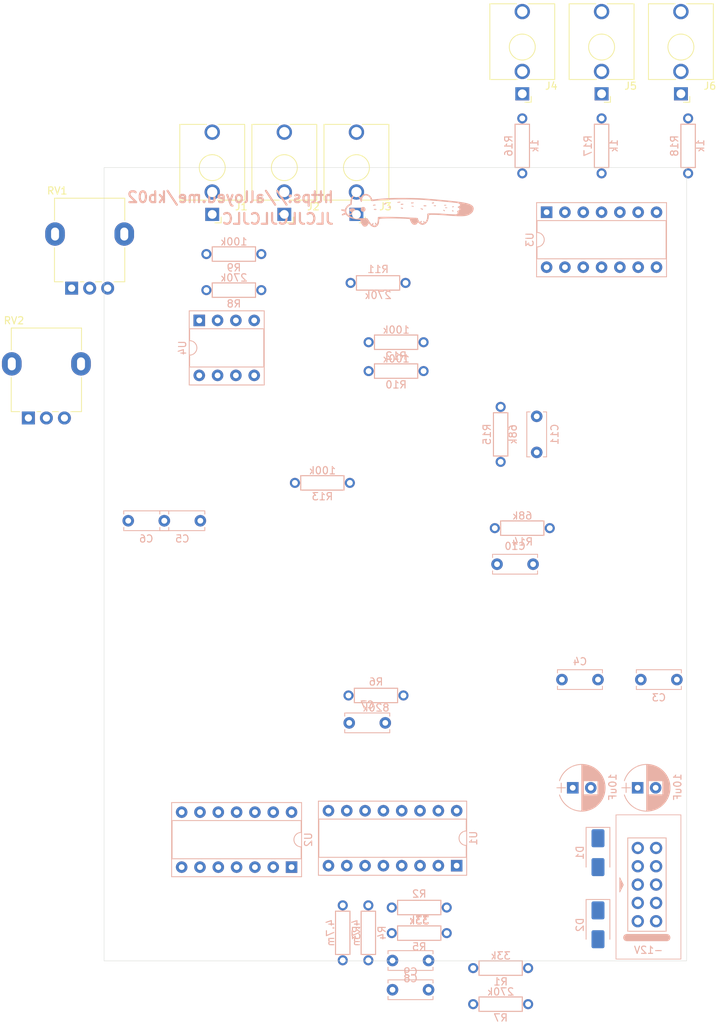
<source format=kicad_pcb>
(kicad_pcb (version 20240108) (generator "pcbnew") (generator_version "8.0")
  (layers (0 "F.Cu" signal) (31 "B.Cu" signal) (34 "B.Paste" user) (35 "F.Paste" user) (36 "B.SilkS" user "B.Silkscreen") (37 "F.SilkS" user "F.Silkscreen") (38 "B.Mask" user) (39 "F.Mask" user) (44 "Edge.Cuts" user))
  (net 0 "")
  (net 3 "GND1")
  (net 4 "-12V")
  (net 5 "+12V")
  (net 6 "Net-(J3-PadT)")
  (net 8 "Net-(J5-PadT)")
  (net 9 "Net-(J6-PadT)")
  (net 10 "Net-(U2A-+)")
  (net 11 "/vcf/bandpass")
  (net 12 "Net-(D1-A)")
  (net 13 "Net-(D2-K)")
  (net 15 "Net-(J2-PadT)")
  (net 18 "Net-(J4-PadT)")
  (net 19 "/vcf/lowpass")
  (net 20 "Net-(U2C--)")
  (net 21 "Net-(R13-Pad1)")
  (net 22 "Net-(U2B--)")
  (net 23 "/input-cv/A_OUT")
  (net 24 "/input-cv/A_MINUS")
  (net 25 "/input-cv1/A_MINUS")
  (net 26 "/input-cv1/A_OUT")
  (net 27 "Net-(U4A-+)")
  (net 34 "/vcf/in")
  (net 35 "Net-(U2A--)")
  (net 36 "/vcf/highpass")
  (net 37 "Net-(R10-Pad1)")
  (net 38 "Net-(U3A--)")
  (net 39 "Net-(U3B--)")
  (net 40 "Net-(U3C--)")
  (footprint "Connector_Audio:Jack_3.5mm_QingPu_WQP-PJ398SM_Vertical_CircularHoles" (layer "F.Cu") (at 169 39.78 180)
    (property "Reference" "J5" (at -4.03 1.08 0) (layer "F.SilkS"))
    (property "Value" "HPF")
    (pad "S" thru_hole rect (at 0 0) (size 1.93 1.83) (drill 1.22) (layers "*.Cu" "*.Mask"))
    (pad "T" thru_hole circle (at 0 11.4) (size 2.13 2.13) (drill 1.43) (layers "*.Cu" "*.Mask") (net 8 "Net-(J5-PadT)"))
    (pad "TN" thru_hole circle (at 0 3.1) (size 2.13 2.13) (drill 1.42) (layers "*.Cu" "*.Mask"))
  )
  (footprint "Connector_Audio:Jack_3.5mm_QingPu_WQP-PJ398SM_Vertical_CircularHoles" (layer "F.Cu") (at 125 56.5 180)
    (property "Reference" "J2" (at -4.03 1.08 0) (layer "F.SilkS"))
    (property "Value" "CV")
    (pad "S" thru_hole rect (at 0 0) (size 1.93 1.83) (drill 1.22) (layers "*.Cu" "*.Mask"))
    (pad "T" thru_hole circle (at 0 11.4) (size 2.13 2.13) (drill 1.43) (layers "*.Cu" "*.Mask") (net 15 "Net-(J2-PadT)"))
    (pad "TN" thru_hole circle (at 0 3.1) (size 2.13 2.13) (drill 1.42) (layers "*.Cu" "*.Mask"))
  )
  (footprint "Connector_Audio:Jack_3.5mm_QingPu_WQP-PJ398SM_Vertical_CircularHoles" (layer "F.Cu") (at 135 56.5 180)
    (property "Reference" "J3" (at -4.03 1.08 0) (layer "F.SilkS"))
    (property "Value" "CV")
    (pad "S" thru_hole rect (at 0 0) (size 1.93 1.83) (drill 1.22) (layers "*.Cu" "*.Mask"))
    (pad "T" thru_hole circle (at 0 11.4) (size 2.13 2.13) (drill 1.43) (layers "*.Cu" "*.Mask") (net 6 "Net-(J3-PadT)"))
    (pad "TN" thru_hole circle (at 0 3.1) (size 2.13 2.13) (drill 1.42) (layers "*.Cu" "*.Mask"))
  )
  (footprint "KitsBlips:Potentiometer_Alpha_RD901F-40-00D_Single_Vertical" (layer "F.Cu") (at 98 59.225)
    (property "Reference" "RV1" (at -4.5 -6 0) (layer "F.SilkS"))
    (property "Value" "b10k?")
    (pad "" thru_hole oval (at -4.8 0 180) (size 2.72 3.24) (drill oval 1.1 1.8) (layers "*.Cu" "*.Mask"))
    (pad "" thru_hole oval (at 4.8 0 180) (size 2.72 3.24) (drill oval 1.1 1.8) (layers "*.Cu" "*.Mask"))
    (pad "1" thru_hole rect (at -2.5 7.5 180) (size 1.8 1.8) (drill 1) (layers "*.Cu" "*.Mask") (net 3 "GND1"))
    (pad "2" thru_hole circle (at 0 7.5 180) (size 1.8 1.8) (drill 1) (layers "*.Cu" "*.Mask") (net 5 "+12V"))
    (pad "3" thru_hole circle (at 2.5 7.5 180) (size 1.8 1.8) (drill 1) (layers "*.Cu" "*.Mask") (net 37 "Net-(R10-Pad1)"))
  )
  (footprint "Connector_Audio:Jack_3.5mm_QingPu_WQP-PJ398SM_Vertical_CircularHoles" (layer "F.Cu") (at 158 39.78 180)
    (property "Reference" "J4" (at -4.03 1.08 0) (layer "F.SilkS"))
    (property "Value" "LPF")
    (pad "S" thru_hole rect (at 0 0) (size 1.93 1.83) (drill 1.22) (layers "*.Cu" "*.Mask"))
    (pad "T" thru_hole circle (at 0 11.4) (size 2.13 2.13) (drill 1.43) (layers "*.Cu" "*.Mask") (net 18 "Net-(J4-PadT)"))
    (pad "TN" thru_hole circle (at 0 3.1) (size 2.13 2.13) (drill 1.42) (layers "*.Cu" "*.Mask"))
  )
  (footprint "KitsBlips:Potentiometer_Alpha_RD901F-40-00D_Single_Vertical" (layer "F.Cu") (at 92 77.225)
    (property "Reference" "RV2" (at -4.5 -6 0) (layer "F.SilkS"))
    (property "Value" "b10k?")
    (pad "" thru_hole oval (at -4.8 0 180) (size 2.72 3.24) (drill oval 1.1 1.8) (layers "*.Cu" "*.Mask"))
    (pad "" thru_hole oval (at 4.8 0 180) (size 2.72 3.24) (drill oval 1.1 1.8) (layers "*.Cu" "*.Mask"))
    (pad "1" thru_hole rect (at -2.5 7.5 180) (size 1.8 1.8) (drill 1) (layers "*.Cu" "*.Mask") (net 3 "GND1"))
    (pad "2" thru_hole circle (at 0 7.5 180) (size 1.8 1.8) (drill 1) (layers "*.Cu" "*.Mask") (net 5 "+12V"))
    (pad "3" thru_hole circle (at 2.5 7.5 180) (size 1.8 1.8) (drill 1) (layers "*.Cu" "*.Mask") (net 21 "Net-(R13-Pad1)"))
  )
  (footprint "Connector_Audio:Jack_3.5mm_QingPu_WQP-PJ398SM_Vertical_CircularHoles" (layer "F.Cu") (at 180 39.78 180)
    (property "Reference" "J6" (at -4.03 1.08 0) (layer "F.SilkS"))
    (property "Value" "BPF")
    (pad "S" thru_hole rect (at 0 0) (size 1.93 1.83) (drill 1.22) (layers "*.Cu" "*.Mask"))
    (pad "T" thru_hole circle (at 0 11.4) (size 2.13 2.13) (drill 1.43) (layers "*.Cu" "*.Mask") (net 9 "Net-(J6-PadT)"))
    (pad "TN" thru_hole circle (at 0 3.1) (size 2.13 2.13) (drill 1.42) (layers "*.Cu" "*.Mask"))
  )
  (footprint "Connector_Audio:Jack_3.5mm_QingPu_WQP-PJ398SM_Vertical_CircularHoles" (layer "F.Cu") (at 115 56.5 180)
    (property "Reference" "J1" (at -4.03 1.08 0) (layer "F.SilkS"))
    (property "Value" "IN")
    (pad "S" thru_hole rect (at 0 0) (size 1.93 1.83) (drill 1.22) (layers "*.Cu" "*.Mask"))
    (pad "T" thru_hole circle (at 0 11.4) (size 2.13 2.13) (drill 1.43) (layers "*.Cu" "*.Mask") (net 27 "Net-(U4A-+)"))
    (pad "TN" thru_hole circle (at 0 3.1) (size 2.13 2.13) (drill 1.42) (layers "*.Cu" "*.Mask"))
  )
  (footprint "PCM_4ms_Resistor:R_Axial_DIN0207_L6.3mm_D2.5mm_P7.62mm_Horizontal" (layer "B.Cu") (at 137.71 123.2)
    (property "Reference" "R6" (at 0 -1.89 0) (layer "B.SilkS") (effects (font (size 1.016 1.016) (thickness 0.1524)) (justify mirror)))
    (property "Value" "820k" (at 0 1.71 0) (layer "B.SilkS") (effects (font (size 1.016 1.016) (thickness 0.1524)) (justify mirror)))
    (pad "1" thru_hole circle (at -3.81 0) (size 1.397 1.397) (drill 0.8128) (layers "*.Cu" "*.Mask") (net 10 "Net-(U2A-+)"))
    (pad "2" thru_hole circle (at 3.81 0) (size 1.397 1.397) (drill 0.8128) (layers "*.Cu" "*.Mask") (net 11 "/vcf/bandpass"))
  )
  (footprint "Capacitor_THT:C_Disc_D6.0mm_W2.5mm_P5.00mm" (layer "B.Cu") (at 108.35 98.975)
    (property "Reference" "C5" (at 2.5 2.5 180) (layer "B.SilkS") (effects (justify mirror)))
    (property "Value" "0.1uf")
    (pad "1" thru_hole circle (at 0 0) (size 1.6 1.6) (drill 0.8) (layers "*.Cu" "*.Mask") (net 5 "+12V"))
    (pad "2" thru_hole circle (at 5 0) (size 1.6 1.6) (drill 0.8) (layers "*.Cu" "*.Mask") (net 3 "GND1"))
  )
  (footprint "PCM_4ms_Resistor:R_Axial_DIN0207_L6.3mm_D2.5mm_P7.62mm_Horizontal" (layer "B.Cu") (at 118 67 180)
    (property "Reference" "R8" (at 0 -1.89 0) (layer "B.SilkS") (effects (font (size 1.016 1.016) (thickness 0.1524)) (justify mirror)))
    (property "Value" "270k" (at 0 1.71 0) (layer "B.SilkS") (effects (font (size 1.016 1.016) (thickness 0.1524)) (justify mirror)))
    (pad "1" thru_hole circle (at -3.81 0 180) (size 1.397 1.397) (drill 0.8128) (layers "*.Cu" "*.Mask") (net 4 "-12V"))
    (pad "2" thru_hole circle (at 3.81 0 180) (size 1.397 1.397) (drill 0.8128) (layers "*.Cu" "*.Mask") (net 24 "/input-cv/A_MINUS"))
  )
  (footprint "KitsBlips:CP_Radial_P2.5mm" (layer "B.Cu") (at 174 136)
    (property "Reference" "C2" (hide yes))
    (property "Value" "10uF" (at 5.54 -0.09 -90) (layer "B.SilkS") (effects (font (size 1.016 1.016) (thickness 0.1524)) (justify mirror)))
    (pad "1" thru_hole rect (at 0 0) (size 1.6 1.6) (drill 0.8) (layers "*.Cu" "*.Mask") (net 3 "GND1"))
    (pad "2" thru_hole circle (at 2.5 0) (size 1.6 1.6) (drill 0.8) (layers "*.Cu" "*.Mask") (net 4 "-12V"))
  )
  (footprint "PCM_4ms_Resistor:R_Axial_DIN0207_L6.3mm_D2.5mm_P7.62mm_Horizontal" (layer "B.Cu") (at 143.71 156.15 180)
    (property "Reference" "R5" (at 0 -1.89 0) (layer "B.SilkS") (effects (font (size 1.016 1.016) (thickness 0.1524)) (justify mirror)))
    (property "Value" "33k" (at 0 1.71 0) (layer "B.SilkS") (effects (font (size 1.016 1.016) (thickness 0.1524)) (justify mirror)))
    (pad "1" thru_hole circle (at -3.81 0 180) (size 1.397 1.397) (drill 0.8128) (layers "*.Cu" "*.Mask") (net 36 "/vcf/highpass"))
    (pad "2" thru_hole circle (at 3.81 0 180) (size 1.397 1.397) (drill 0.8128) (layers "*.Cu" "*.Mask") (net 19 "/vcf/lowpass"))
  )
  (footprint "Diode_SMD:D_SMA" (layer "B.Cu") (at 168.5 155 -90)
    (property "Reference" "D2" (at 0 2.5 90) (layer "B.SilkS") (effects (justify mirror)))
    (property "Value" "SS14")
    (pad "1" smd roundrect (at -2 0 270) (size 2.5 1.8) (layers "B.Cu" "B.Paste" "B.Mask") (roundrect_rratio 0.1388888889) (net 13 "Net-(D2-K)"))
    (pad "2" smd roundrect (at 2 0 270) (size 2.5 1.8) (layers "B.Cu" "B.Paste" "B.Mask") (roundrect_rratio 0.1388888889) (net 4 "-12V"))
  )
  (footprint "PCM_4ms_Resistor:R_Axial_DIN0207_L6.3mm_D2.5mm_P7.62mm_Horizontal" (layer "B.Cu") (at 118 62 180)
    (property "Reference" "R9" (at 0 -1.89 0) (layer "B.SilkS") (effects (font (size 1.016 1.016) (thickness 0.1524)) (justify mirror)))
    (property "Value" "100k" (at 0 1.71 0) (layer "B.SilkS") (effects (font (size 1.016 1.016) (thickness 0.1524)) (justify mirror)))
    (pad "1" thru_hole circle (at -3.81 0 180) (size 1.397 1.397) (drill 0.8128) (layers "*.Cu" "*.Mask") (net 15 "Net-(J2-PadT)"))
    (pad "2" thru_hole circle (at 3.81 0 180) (size 1.397 1.397) (drill 0.8128) (layers "*.Cu" "*.Mask") (net 24 "/input-cv/A_MINUS"))
  )
  (footprint "PCM_4ms_Resistor:R_Axial_DIN0207_L6.3mm_D2.5mm_P7.62mm_Horizontal" (layer "B.Cu") (at 143.71 152.6)
    (property "Reference" "R2" (at 0 -1.89 0) (layer "B.SilkS") (effects (font (size 1.016 1.016) (thickness 0.1524)) (justify mirror)))
    (property "Value" "33k" (at 0 1.71 0) (layer "B.SilkS") (effects (font (size 1.016 1.016) (thickness 0.1524)) (justify mirror)))
    (pad "1" thru_hole circle (at -3.81 0) (size 1.397 1.397) (drill 0.8128) (layers "*.Cu" "*.Mask") (net 35 "Net-(U2A--)"))
    (pad "2" thru_hole circle (at 3.81 0) (size 1.397 1.397) (drill 0.8128) (layers "*.Cu" "*.Mask") (net 36 "/vcf/highpass"))
  )
  (footprint "KitsBlips:logo" (layer "B.Cu") (at 142 56 180)
    (property "Reference" "REF**" (hide yes))
    (property "Value" "LOGO" (hide yes))
  )
  (footprint "Capacitor_THT:C_Disc_D6.0mm_W2.5mm_P5.00mm" (layer "B.Cu") (at 145 164 180)
    (property "Reference" "C9" (at 2.5 2.5 0) (layer "B.SilkS") (effects (justify mirror)))
    (property "Value" "1.5n")
    (pad "1" thru_hole circle (at 0 0 180) (size 1.6 1.6) (drill 0.8) (layers "*.Cu" "*.Mask") (net 20 "Net-(U2C--)"))
    (pad "2" thru_hole circle (at 5 0 180) (size 1.6 1.6) (drill 0.8) (layers "*.Cu" "*.Mask") (net 19 "/vcf/lowpass"))
  )
  (footprint "Package_DIP:DIP-16_W7.62mm_Socket" (layer "B.Cu") (at 148.9 146.8 90)
    (property "Reference" "U1" (at 3.81 2.33 90) (layer "B.SilkS") (effects (justify mirror)))
    (property "Value" "V2164M")
    (pad "1" thru_hole rect (at 0 0 90) (size 1.6 1.6) (drill 0.8) (layers "*.Cu" "*.Mask"))
    (pad "2" thru_hole oval (at 0 -2.54 90) (size 1.6 1.6) (drill 0.8) (layers "*.Cu" "*.Mask") (net 36 "/vcf/highpass"))
    (pad "3" thru_hole oval (at 0 -5.08 90) (size 1.6 1.6) (drill 0.8) (layers "*.Cu" "*.Mask") (net 23 "/input-cv/A_OUT"))
    (pad "4" thru_hole oval (at 0 -7.62 90) (size 1.6 1.6) (drill 0.8) (layers "*.Cu" "*.Mask") (net 22 "Net-(U2B--)"))
    (pad "5" thru_hole oval (at 0 -10.16 90) (size 1.6 1.6) (drill 0.8) (layers "*.Cu" "*.Mask") (net 20 "Net-(U2C--)"))
    (pad "6" thru_hole oval (at 0 -12.7 90) (size 1.6 1.6) (drill 0.8) (layers "*.Cu" "*.Mask") (net 23 "/input-cv/A_OUT"))
    (pad "7" thru_hole oval (at 0 -15.24 90) (size 1.6 1.6) (drill 0.8) (layers "*.Cu" "*.Mask") (net 11 "/vcf/bandpass"))
    (pad "8" thru_hole oval (at 0 -17.78 90) (size 1.6 1.6) (drill 0.8) (layers "*.Cu" "*.Mask") (net 3 "GND1"))
    (pad "9" thru_hole oval (at 7.62 -17.78 90) (size 1.6 1.6) (drill 0.8) (layers "*.Cu" "*.Mask") (net 4 "-12V"))
    (pad "10" thru_hole oval (at 7.62 -15.24 90) (size 1.6 1.6) (drill 0.8) (layers "*.Cu" "*.Mask") (net 11 "/vcf/bandpass"))
    (pad "11" thru_hole oval (at 7.62 -12.7 90) (size 1.6 1.6) (drill 0.8) (layers "*.Cu" "*.Mask") (net 26 "/input-cv1/A_OUT"))
    (pad "12" thru_hole oval (at 7.62 -10.16 90) (size 1.6 1.6) (drill 0.8) (layers "*.Cu" "*.Mask") (net 10 "Net-(U2A-+)"))
    (pad "13" thru_hole oval (at 7.62 -7.62 90) (size 1.6 1.6) (drill 0.8) (layers "*.Cu" "*.Mask"))
    (pad "14" thru_hole oval (at 7.62 -5.08 90) (size 1.6 1.6) (drill 0.8) (layers "*.Cu" "*.Mask"))
    (pad "15" thru_hole oval (at 7.62 -2.54 90) (size 1.6 1.6) (drill 0.8) (layers "*.Cu" "*.Mask"))
    (pad "16" thru_hole oval (at 7.62 0 90) (size 1.6 1.6) (drill 0.8) (layers "*.Cu" "*.Mask") (net 5 "+12V"))
  )
  (footprint "Package_DIP:DIP-8_W7.62mm_Socket" (layer "B.Cu") (at 113.2 71.2 -90)
    (property "Reference" "U4" (at 3.81 2.33 90) (layer "B.SilkS") (effects (justify mirror)))
    (property "Value" "TL072")
    (pad "1" thru_hole rect (at 0 0 270) (size 1.6 1.6) (drill 0.8) (layers "*.Cu" "*.Mask") (net 34 "/vcf/in"))
    (pad "2" thru_hole oval (at 0 -2.54 270) (size 1.6 1.6) (drill 0.8) (layers "*.Cu" "*.Mask") (net 34 "/vcf/in"))
    (pad "3" thru_hole oval (at 0 -5.08 270) (size 1.6 1.6) (drill 0.8) (layers "*.Cu" "*.Mask") (net 27 "Net-(U4A-+)"))
    (pad "4" thru_hole oval (at 0 -7.62 270) (size 1.6 1.6) (drill 0.8) (layers "*.Cu" "*.Mask"))
    (pad "5" thru_hole oval (at 7.62 -7.62 270) (size 1.6 1.6) (drill 0.8) (layers "*.Cu" "*.Mask") (net 3 "GND1"))
    (pad "6" thru_hole oval (at 7.62 -5.08 270) (size 1.6 1.6) (drill 0.8) (layers "*.Cu" "*.Mask") (net 25 "/input-cv1/A_MINUS"))
    (pad "7" thru_hole oval (at 7.62 -2.54 270) (size 1.6 1.6) (drill 0.8) (layers "*.Cu" "*.Mask") (net 26 "/input-cv1/A_OUT"))
    (pad "8" thru_hole oval (at 7.62 0 270) (size 1.6 1.6) (drill 0.8) (layers "*.Cu" "*.Mask"))
  )
  (footprint "PCM_4ms_Resistor:R_Axial_DIN0207_L6.3mm_D2.5mm_P7.62mm_Horizontal" (layer "B.Cu") (at 130.275 93.725 180)
    (property "Reference" "R13" (at 0 -1.89 0) (layer "B.SilkS") (effects (font (size 1.016 1.016) (thickness 0.1524)) (justify mirror)))
    (property "Value" "100k" (at 0 1.71 0) (layer "B.SilkS") (effects (font (size 1.016 1.016) (thickness 0.1524)) (justify mirror)))
    (pad "1" thru_hole circle (at -3.81 0 180) (size 1.397 1.397) (drill 0.8128) (layers "*.Cu" "*.Mask") (net 21 "Net-(R13-Pad1)"))
    (pad "2" thru_hole circle (at 3.81 0 180) (size 1.397 1.397) (drill 0.8128) (layers "*.Cu" "*.Mask") (net 25 "/input-cv1/A_MINUS"))
  )
  (footprint "PCM_4ms_Resistor:R_Axial_DIN0207_L6.3mm_D2.5mm_P7.62mm_Horizontal" (layer "B.Cu") (at 138 66)
    (property "Reference" "R11" (at 0 -1.89 180) (layer "B.SilkS") (effects (font (size 1.016 1.016) (thickness 0.1524)) (justify mirror)))
    (property "Value" "270k" (at 0 1.71 180) (layer "B.SilkS") (effects (font (size 1.016 1.016) (thickness 0.1524)) (justify mirror)))
    (pad "1" thru_hole circle (at -3.81 0) (size 1.397 1.397) (drill 0.8128) (layers "*.Cu" "*.Mask") (net 4 "-12V"))
    (pad "2" thru_hole circle (at 3.81 0) (size 1.397 1.397) (drill 0.8128) (layers "*.Cu" "*.Mask") (net 25 "/input-cv1/A_MINUS"))
  )
  (footprint "Capacitor_THT:C_Disc_D6.0mm_W2.5mm_P5.00mm" (layer "B.Cu") (at 159.5 105 180)
    (property "Reference" "C10" (at 2.5 2.5 0) (layer "B.SilkS") (effects (justify mirror)))
    (property "Value" "100pf")
    (pad "1" thru_hole circle (at 0 0 180) (size 1.6 1.6) (drill 0.8) (layers "*.Cu" "*.Mask") (net 24 "/input-cv/A_MINUS"))
    (pad "2" thru_hole circle (at 5 0 180) (size 1.6 1.6) (drill 0.8) (layers "*.Cu" "*.Mask") (net 23 "/input-cv/A_OUT"))
  )
  (footprint "Capacitor_THT:C_Disc_D6.0mm_W2.5mm_P5.00mm" (layer "B.Cu") (at 103.35 98.975)
    (property "Reference" "C6" (at 2.5 2.5 180) (layer "B.SilkS") (effects (justify mirror)))
    (property "Value" "0.1uf")
    (pad "1" thru_hole circle (at 0 0) (size 1.6 1.6) (drill 0.8) (layers "*.Cu" "*.Mask") (net 4 "-12V"))
    (pad "2" thru_hole circle (at 5 0) (size 1.6 1.6) (drill 0.8) (layers "*.Cu" "*.Mask") (net 3 "GND1"))
  )
  (footprint "PCM_4ms_Resistor:R_Axial_DIN0207_L6.3mm_D2.5mm_P7.62mm_Horizontal" (layer "B.Cu") (at 136.65 156.11 -90)
    (property "Reference" "R4" (at 0 -1.89 90) (layer "B.SilkS") (effects (font (size 1.016 1.016) (thickness 0.1524)) (justify mirror)))
    (property "Value" "4.7m" (at 0 1.71 90) (layer "B.SilkS") (effects (font (size 1.016 1.016) (thickness 0.1524)) (justify mirror)))
    (pad "1" thru_hole circle (at -3.81 0 270) (size 1.397 1.397) (drill 0.8128) (layers "*.Cu" "*.Mask") (net 11 "/vcf/bandpass"))
    (pad "2" thru_hole circle (at 3.81 0 270) (size 1.397 1.397) (drill 0.8128) (layers "*.Cu" "*.Mask") (net 20 "Net-(U2C--)"))
  )
  (footprint "Capacitor_THT:C_Disc_D6.0mm_W2.5mm_P5.00mm" (layer "B.Cu") (at 139 127 180)
    (property "Reference" "C7" (at 2.5 2.5 0) (layer "B.SilkS") (effects (justify mirror)))
    (property "Value" "180p")
    (pad "1" thru_hole circle (at 0 0 180) (size 1.6 1.6) (drill 0.8) (layers "*.Cu" "*.Mask") (net 10 "Net-(U2A-+)"))
    (pad "2" thru_hole circle (at 5 0 180) (size 1.6 1.6) (drill 0.8) (layers "*.Cu" "*.Mask") (net 11 "/vcf/bandpass"))
  )
  (footprint "Package_DIP:DIP-14_W7.62mm_Socket" (layer "B.Cu") (at 126 147 90)
    (property "Reference" "U2" (at 3.81 2.33 90) (layer "B.SilkS") (effects (justify mirror)))
    (property "Value" "TL074")
    (pad "1" thru_hole rect (at 0 0 90) (size 1.6 1.6) (drill 0.8) (layers "*.Cu" "*.Mask") (net 36 "/vcf/highpass"))
    (pad "2" thru_hole oval (at 0 -2.54 90) (size 1.6 1.6) (drill 0.8) (layers "*.Cu" "*.Mask") (net 35 "Net-(U2A--)"))
    (pad "3" thru_hole oval (at 0 -5.08 90) (size 1.6 1.6) (drill 0.8) (layers "*.Cu" "*.Mask") (net 10 "Net-(U2A-+)"))
    (pad "4" thru_hole oval (at 0 -7.62 90) (size 1.6 1.6) (drill 0.8) (layers "*.Cu" "*.Mask") (net 5 "+12V"))
    (pad "5" thru_hole oval (at 0 -10.16 90) (size 1.6 1.6) (drill 0.8) (layers "*.Cu" "*.Mask") (net 3 "GND1"))
    (pad "6" thru_hole oval (at 0 -12.7 90) (size 1.6 1.6) (drill 0.8) (layers "*.Cu" "*.Mask") (net 22 "Net-(U2B--)"))
    (pad "7" thru_hole oval (at 0 -15.24 90) (size 1.6 1.6) (drill 0.8) (layers "*.Cu" "*.Mask") (net 11 "/vcf/bandpass"))
    (pad "8" thru_hole oval (at 7.62 -15.24 90) (size 1.6 1.6) (drill 0.8) (layers "*.Cu" "*.Mask") (net 19 "/vcf/lowpass"))
    (pad "9" thru_hole oval (at 7.62 -12.7 90) (size 1.6 1.6) (drill 0.8) (layers "*.Cu" "*.Mask") (net 20 "Net-(U2C--)"))
    (pad "10" thru_hole oval (at 7.62 -10.16 90) (size 1.6 1.6) (drill 0.8) (layers "*.Cu" "*.Mask") (net 3 "GND1"))
    (pad "11" thru_hole oval (at 7.62 -7.62 90) (size 1.6 1.6) (drill 0.8) (layers "*.Cu" "*.Mask") (net 4 "-12V"))
    (pad "12" thru_hole oval (at 7.62 -5.08 90) (size 1.6 1.6) (drill 0.8) (layers "*.Cu" "*.Mask") (net 3 "GND1"))
    (pad "13" thru_hole oval (at 7.62 -2.54 90) (size 1.6 1.6) (drill 0.8) (layers "*.Cu" "*.Mask") (net 24 "/input-cv/A_MINUS"))
    (pad "14" thru_hole oval (at 7.62 0 90) (size 1.6 1.6) (drill 0.8) (layers "*.Cu" "*.Mask") (net 23 "/input-cv/A_OUT"))
  )
  (footprint "Package_DIP:DIP-14_W7.62mm_Socket" (layer "B.Cu") (at 161.375 56.2 -90)
    (property "Reference" "U3" (at 3.81 2.33 90) (layer "B.SilkS") (effects (justify mirror)))
    (property "Value" "TL074")
    (pad "1" thru_hole rect (at 0 0 270) (size 1.6 1.6) (drill 0.8) (layers "*.Cu" "*.Mask") (net 38 "Net-(U3A--)"))
    (pad "2" thru_hole oval (at 0 -2.54 270) (size 1.6 1.6) (drill 0.8) (layers "*.Cu" "*.Mask") (net 38 "Net-(U3A--)"))
    (pad "3" thru_hole oval (at 0 -5.08 270) (size 1.6 1.6) (drill 0.8) (layers "*.Cu" "*.Mask") (net 19 "/vcf/lowpass"))
    (pad "4" thru_hole oval (at 0 -7.62 270) (size 1.6 1.6) (drill 0.8) (layers "*.Cu" "*.Mask"))
    (pad "5" thru_hole oval (at 0 -10.16 270) (size 1.6 1.6) (drill 0.8) (layers "*.Cu" "*.Mask") (net 36 "/vcf/highpass"))
    (pad "6" thru_hole oval (at 0 -12.7 270) (size 1.6 1.6) (drill 0.8) (layers "*.Cu" "*.Mask") (net 39 "Net-(U3B--)"))
    (pad "7" thru_hole oval (at 0 -15.24 270) (size 1.6 1.6) (drill 0.8) (layers "*.Cu" "*.Mask") (net 39 "Net-(U3B--)"))
    (pad "8" thru_hole oval (at 7.62 -15.24 270) (size 1.6 1.6) (drill 0.8) (layers "*.Cu" "*.Mask") (net 40 "Net-(U3C--)"))
    (pad "9" thru_hole oval (at 7.62 -12.7 270) (size 1.6 1.6) (drill 0.8) (layers "*.Cu" "*.Mask") (net 40 "Net-(U3C--)"))
    (pad "10" thru_hole oval (at 7.62 -10.16 270) (size 1.6 1.6) (drill 0.8) (layers "*.Cu" "*.Mask") (net 11 "/vcf/bandpass"))
    (pad "11" thru_hole oval (at 7.62 -7.62 270) (size 1.6 1.6) (drill 0.8) (layers "*.Cu" "*.Mask"))
    (pad "12" thru_hole oval (at 7.62 -5.08 270) (size 1.6 1.6) (drill 0.8) (layers "*.Cu" "*.Mask"))
    (pad "13" thru_hole oval (at 7.62 -2.54 270) (size 1.6 1.6) (drill 0.8) (layers "*.Cu" "*.Mask"))
    (pad "14" thru_hole oval (at 7.62 0 270) (size 1.6 1.6) (drill 0.8) (layers "*.Cu" "*.Mask"))
  )
  (footprint "Diode_SMD:D_SMA" (layer "B.Cu") (at 168.5 145 -90)
    (property "Reference" "D1" (at 0 2.5 90) (layer "B.SilkS") (effects (justify mirror)))
    (property "Value" "SS14")
    (pad "1" smd roundrect (at -2 0 270) (size 2.5 1.8) (layers "B.Cu" "B.Paste" "B.Mask") (roundrect_rratio 0.1388888889) (net 5 "+12V"))
    (pad "2" smd roundrect (at 2 0 270) (size 2.5 1.8) (layers "B.Cu" "B.Paste" "B.Mask") (roundrect_rratio 0.1388888889) (net 12 "Net-(D1-A)"))
  )
  (footprint "PCM_4ms_Resistor:R_Axial_DIN0207_L6.3mm_D2.5mm_P7.62mm_Horizontal" (layer "B.Cu") (at 155 161 180)
    (property "Reference" "R1" (at 0 -1.89 0) (layer "B.SilkS") (effects (font (size 1.016 1.016) (thickness 0.1524)) (justify mirror)))
    (property "Value" "33k" (at 0 1.71 0) (layer "B.SilkS") (effects (font (size 1.016 1.016) (thickness 0.1524)) (justify mirror)))
    (pad "1" thru_hole circle (at -3.81 0 180) (size 1.397 1.397) (drill 0.8128) (layers "*.Cu" "*.Mask") (net 34 "/vcf/in"))
    (pad "2" thru_hole circle (at 3.81 0 180) (size 1.397 1.397) (drill 0.8128) (layers "*.Cu" "*.Mask") (net 10 "Net-(U2A-+)"))
  )
  (footprint "PCM_4ms_Resistor:R_Axial_DIN0207_L6.3mm_D2.5mm_P7.62mm_Horizontal" (layer "B.Cu") (at 158 100 180)
    (property "Reference" "R14" (at 0 -1.89 0) (layer "B.SilkS") (effects (font (size 1.016 1.016) (thickness 0.1524)) (justify mirror)))
    (property "Value" "68k" (at 0 1.71 0) (layer "B.SilkS") (effects (font (size 1.016 1.016) (thickness 0.1524)) (justify mirror)))
    (pad "1" thru_hole circle (at -3.81 0 180) (size 1.397 1.397) (drill 0.8128) (layers "*.Cu" "*.Mask") (net 24 "/input-cv/A_MINUS"))
    (pad "2" thru_hole circle (at 3.81 0 180) (size 1.397 1.397) (drill 0.8128) (layers "*.Cu" "*.Mask") (net 23 "/input-cv/A_OUT"))
  )
  (footprint "PCM_4ms_Resistor:R_Axial_DIN0207_L6.3mm_D2.5mm_P7.62mm_Horizontal" (layer "B.Cu") (at 140.5 74.225 180)
    (property "Reference" "R12" (at 0 -1.89 0) (layer "B.SilkS") (effects (font (size 1.016 1.016) (thickness 0.1524)) (justify mirror)))
    (property "Value" "100k" (at 0 1.71 0) (layer "B.SilkS") (effects (font (size 1.016 1.016) (thickness 0.1524)) (justify mirror)))
    (pad "1" thru_hole circle (at -3.81 0 180) (size 1.397 1.397) (drill 0.8128) (layers "*.Cu" "*.Mask") (net 6 "Net-(J3-PadT)"))
    (pad "2" thru_hole circle (at 3.81 0 180) (size 1.397 1.397) (drill 0.8128) (layers "*.Cu" "*.Mask") (net 25 "/input-cv1/A_MINUS"))
  )
  (footprint "PCM_4ms_Resistor:R_Axial_DIN0207_L6.3mm_D2.5mm_P7.62mm_Horizontal" (layer "B.Cu") (at 133.1 156.11 -90)
    (property "Reference" "R3" (at 0 -1.89 90) (layer "B.SilkS") (effects (font (size 1.016 1.016) (thickness 0.1524)) (justify mirror)))
    (property "Value" "4.7m" (at 0 1.71 90) (layer "B.SilkS") (effects (font (size 1.016 1.016) (thickness 0.1524)) (justify mirror)))
    (pad "1" thru_hole circle (at -3.81 0 270) (size 1.397 1.397) (drill 0.8128) (layers "*.Cu" "*.Mask") (net 36 "/vcf/highpass"))
    (pad "2" thru_hole circle (at 3.81 0 270) (size 1.397 1.397) (drill 0.8128) (layers "*.Cu" "*.Mask") (net 22 "Net-(U2B--)"))
  )
  (footprint "PCM_4ms_Resistor:R_Axial_DIN0207_L6.3mm_D2.5mm_P7.62mm_Horizontal" (layer "B.Cu") (at 140.5 78.225 180)
    (property "Reference" "R10" (at 0 -1.89 0) (layer "B.SilkS") (effects (font (size 1.016 1.016) (thickness 0.1524)) (justify mirror)))
    (property "Value" "100k" (at 0 1.71 0) (layer "B.SilkS") (effects (font (size 1.016 1.016) (thickness 0.1524)) (justify mirror)))
    (pad "1" thru_hole circle (at -3.81 0 180) (size 1.397 1.397) (drill 0.8128) (layers "*.Cu" "*.Mask") (net 37 "Net-(R10-Pad1)"))
    (pad "2" thru_hole circle (at 3.81 0 180) (size 1.397 1.397) (drill 0.8128) (layers "*.Cu" "*.Mask") (net 24 "/input-cv/A_MINUS"))
  )
  (footprint "PCM_4ms_Resistor:R_Axial_DIN0207_L6.3mm_D2.5mm_P7.62mm_Horizontal" (layer "B.Cu") (at 158 47 90)
    (property "Reference" "R16" (at 0 -1.89 90) (layer "B.SilkS") (effects (font (size 1.016 1.016) (thickness 0.1524)) (justify mirror)))
    (property "Value" "1k" (at 0 1.71 90) (layer "B.SilkS") (effects (font (size 1.016 1.016) (thickness 0.1524)) (justify mirror)))
    (pad "1" thru_hole circle (at -3.81 0 90) (size 1.397 1.397) (drill 0.8128) (layers "*.Cu" "*.Mask") (net 38 "Net-(U3A--)"))
    (pad "2" thru_hole circle (at 3.81 0 90) (size 1.397 1.397) (drill 0.8128) (layers "*.Cu" "*.Mask") (net 18 "Net-(J4-PadT)"))
  )
  (footprint "PCM_4ms_Resistor:R_Axial_DIN0207_L6.3mm_D2.5mm_P7.62mm_Horizontal" (layer "B.Cu") (at 181 47 90)
    (property "Reference" "R18" (at 0 -1.89 90) (layer "B.SilkS") (effects (font (size 1.016 1.016) (thickness 0.1524)) (justify mirror)))
    (property "Value" "1k" (at 0 1.71 90) (layer "B.SilkS") (effects (font (size 1.016 1.016) (thickness 0.1524)) (justify mirror)))
    (pad "1" thru_hole circle (at -3.81 0 90) (size 1.397 1.397) (drill 0.8128) (layers "*.Cu" "*.Mask") (net 40 "Net-(U3C--)"))
    (pad "2" thru_hole circle (at 3.81 0 90) (size 1.397 1.397) (drill 0.8128) (layers "*.Cu" "*.Mask") (net 9 "Net-(J6-PadT)"))
  )
  (footprint "KitsBlips:CP_Radial_P2.5mm" (layer "B.Cu") (at 165 136)
    (property "Reference" "C1" (hide yes))
    (property "Value" "10uF" (at 5.54 -0.09 -90) (layer "B.SilkS") (effects (font (size 1.016 1.016) (thickness 0.1524)) (justify mirror)))
    (pad "1" thru_hole rect (at 0 0) (size 1.6 1.6) (drill 0.8) (layers "*.Cu" "*.Mask") (net 5 "+12V"))
    (pad "2" thru_hole circle (at 2.5 0) (size 1.6 1.6) (drill 0.8) (layers "*.Cu" "*.Mask") (net 3 "GND1"))
  )
  (footprint "PCM_4ms_Resistor:R_Axial_DIN0207_L6.3mm_D2.5mm_P7.62mm_Horizontal" (layer "B.Cu") (at 169 47 90)
    (property "Reference" "R17" (at 0 -1.89 90) (layer "B.SilkS") (effects (font (size 1.016 1.016) (thickness 0.1524)) (justify mirror)))
    (property "Value" "1k" (at 0 1.71 90) (layer "B.SilkS") (effects (font (size 1.016 1.016) (thickness 0.1524)) (justify mirror)))
    (pad "1" thru_hole circle (at -3.81 0 90) (size 1.397 1.397) (drill 0.8128) (layers "*.Cu" "*.Mask") (net 39 "Net-(U3B--)"))
    (pad "2" thru_hole circle (at 3.81 0 90) (size 1.397 1.397) (drill 0.8128) (layers "*.Cu" "*.Mask") (net 8 "Net-(J5-PadT)"))
  )
  (footprint "Capacitor_THT:C_Disc_D6.0mm_W2.5mm_P5.00mm" (layer "B.Cu") (at 140 159.95)
    (property "Reference" "C8" (at 2.5 2.5 0) (layer "B.SilkS") (effects (justify mirror)))
    (property "Value" "1.5n")
    (pad "1" thru_hole circle (at 0 0) (size 1.6 1.6) (drill 0.8) (layers "*.Cu" "*.Mask") (net 22 "Net-(U2B--)"))
    (pad "2" thru_hole circle (at 5 0) (size 1.6 1.6) (drill 0.8) (layers "*.Cu" "*.Mask") (net 11 "/vcf/bandpass"))
  )
  (footprint "KitsBlips:Pins_2x05_2.54mm_TH_Europower_shrouded" (layer "B.Cu") (at 175.5 151 180)
    (property "Reference" "J12" (hide yes))
    (property "Value" "EURO_PWR_2x5" (hide yes))
    (fp_text user "-12V" (at 0 -7.5 0) (layer "B.SilkS") (effects (justify mirror)))
    (pad "1" thru_hole oval (at -1.06 6.66 180) (size 1.7 1.7) (drill 1) (layers "*.Cu" "*.Mask") (net 12 "Net-(D1-A)"))
    (pad "2" thru_hole oval (at 1.48 6.66 180) (size 1.7 1.7) (drill 1) (layers "*.Cu" "*.Mask") (net 12 "Net-(D1-A)"))
    (pad "3" thru_hole oval (at -1.06 4.12 180) (size 1.7 1.7) (drill 1) (layers "*.Cu" "*.Mask") (net 3 "GND1"))
    (pad "4" thru_hole oval (at 1.48 4.12 180) (size 1.7 1.7) (drill 1) (layers "*.Cu" "*.Mask") (net 3 "GND1"))
    (pad "5" thru_hole oval (at -1.06 1.58 180) (size 1.7 1.7) (drill 1) (layers "*.Cu" "*.Mask") (net 3 "GND1"))
    (pad "6" thru_hole oval (at 1.48 1.58 180) (size 1.7 1.7) (drill 1) (layers "*.Cu" "*.Mask") (net 3 "GND1"))
    (pad "7" thru_hole oval (at -1.06 -0.96 180) (size 1.7 1.7) (drill 1) (layers "*.Cu" "*.Mask") (net 3 "GND1"))
    (pad "8" thru_hole oval (at 1.48 -0.96 180) (size 1.7 1.7) (drill 1) (layers "*.Cu" "*.Mask") (net 3 "GND1"))
    (pad "9" thru_hole oval (at -1.06 -3.5 180) (size 1.7 1.7) (drill 1) (layers "*.Cu" "*.Mask") (net 13 "Net-(D2-K)"))
    (pad "10" thru_hole oval (at 1.48 -3.5 180) (size 1.7 1.7) (drill 1) (layers "*.Cu" "*.Mask") (net 13 "Net-(D2-K)"))
  )
  (footprint "Capacitor_THT:C_Disc_D6.0mm_W2.5mm_P5.00mm" (layer "B.Cu") (at 174.44 121)
    (property "Reference" "C3" (at 2.5 2.5 180) (layer "B.SilkS") (effects (justify mirror)))
    (property "Value" "0.1uf")
    (pad "1" thru_hole circle (at 0 0) (size 1.6 1.6) (drill 0.8) (layers "*.Cu" "*.Mask") (net 5 "+12V"))
    (pad "2" thru_hole circle (at 5 0) (size 1.6 1.6) (drill 0.8) (layers "*.Cu" "*.Mask") (net 3 "GND1"))
  )
  (footprint "PCM_4ms_Resistor:R_Axial_DIN0207_L6.3mm_D2.5mm_P7.62mm_Horizontal" (layer "B.Cu") (at 155 87 90)
    (property "Reference" "R15" (at 0 -1.89 90) (layer "B.SilkS") (effects (font (size 1.016 1.016) (thickness 0.1524)) (justify mirror)))
    (property "Value" "68k" (at 0 1.71 90) (layer "B.SilkS") (effects (font (size 1.016 1.016) (thickness 0.1524)) (justify mirror)))
    (pad "1" thru_hole circle (at -3.81 0 90) (size 1.397 1.397) (drill 0.8128) (layers "*.Cu" "*.Mask") (net 25 "/input-cv1/A_MINUS"))
    (pad "2" thru_hole circle (at 3.81 0 90) (size 1.397 1.397) (drill 0.8128) (layers "*.Cu" "*.Mask") (net 26 "/input-cv1/A_OUT"))
  )
  (footprint "Capacitor_THT:C_Disc_D6.0mm_W2.5mm_P5.00mm" (layer "B.Cu") (at 168.5 121 180)
    (property "Reference" "C4" (at 2.5 2.5 0) (layer "B.SilkS") (effects (justify mirror)))
    (property "Value" "0.1uf")
    (pad "1" thru_hole circle (at 0 0 180) (size 1.6 1.6) (drill 0.8) (layers "*.Cu" "*.Mask") (net 4 "-12V"))
    (pad "2" thru_hole circle (at 5 0 180) (size 1.6 1.6) (drill 0.8) (layers "*.Cu" "*.Mask") (net 3 "GND1"))
  )
  (footprint "Capacitor_THT:C_Disc_D6.0mm_W2.5mm_P5.00mm" (layer "B.Cu") (at 160 89.5 90)
    (property "Reference" "C11" (at 2.5 2.5 90) (layer "B.SilkS") (effects (justify mirror)))
    (property "Value" "100pf")
    (pad "1" thru_hole circle (at 0 0 90) (size 1.6 1.6) (drill 0.8) (layers "*.Cu" "*.Mask") (net 25 "/input-cv1/A_MINUS"))
    (pad "2" thru_hole circle (at 5 0 90) (size 1.6 1.6) (drill 0.8) (layers "*.Cu" "*.Mask") (net 26 "/input-cv1/A_OUT"))
  )
  (footprint "PCM_4ms_Resistor:R_Axial_DIN0207_L6.3mm_D2.5mm_P7.62mm_Horizontal" (layer "B.Cu") (at 155 166 180)
    (property "Reference" "R7" (at 0 -1.89 0) (layer "B.SilkS") (effects (font (size 1.016 1.016) (thickness 0.1524)) (justify mirror)))
    (property "Value" "270k" (at 0 1.71 0) (layer "B.SilkS") (effects (font (size 1.016 1.016) (thickness 0.1524)) (justify mirror)))
    (pad "1" thru_hole circle (at -3.81 0 180) (size 1.397 1.397) (drill 0.8128) (layers "*.Cu" "*.Mask") (net 3 "GND1"))
    (pad "2" thru_hole circle (at 3.81 0 180) (size 1.397 1.397) (drill 0.8128) (layers "*.Cu" "*.Mask") (net 10 "Net-(U2A-+)"))
  )
  (gr_rect (start 100 50) (end 180.8 160) (stroke (width 0.05)) (fill none) (layer "Edge.Cuts"))
  (gr_text "JLCJLCJLCJLC" (at 132 58 0) (layer "B.SilkS") (effects (font (size 1.5 1.5) (thickness 0.3) (bold yes)) (justify left bottom mirror)))
  (gr_text "https://alloyed.me/kb02\n" (at 132 55 0) (layer "B.SilkS") (effects (font (size 1.5 1.5) (thickness 0.3) (bold yes)) (justify left bottom mirror)))
)
</source>
